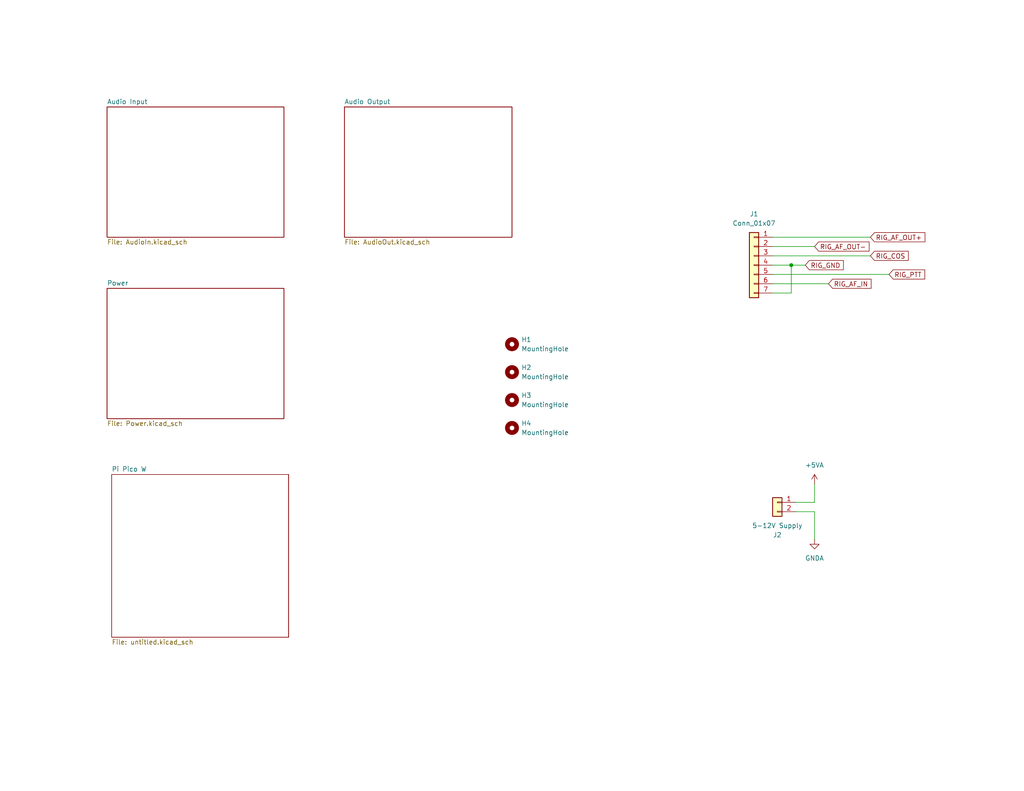
<source format=kicad_sch>
(kicad_sch (version 20231120) (generator "eeschema") (generator_version "8.0")
  (paper "USLetter")
  (title_block (title "MicroLink - Top Level") (date "2024-04-10") (rev "2") (company "Bruce MacKinnon KC1FSZ") (comment 1 "Copyright (C) 2024 - Not For Commercial Use"))
  (lib_symbols
    (symbol "Connector_Generic:Conn_01x02" (pin_names (offset 1.016) hide)
      (property "Reference" "J" (at 0 2.54 0))
      (property "Value" "Conn_01x02" (at 0 -5.08 0))
      (symbol "Conn_01x02_1_1"
        (rectangle (start -1.27 -2.413) (end 0 -2.667) (stroke (width 0.1524)))
        (rectangle (start -1.27 0.127) (end 0 -0.127) (stroke (width 0.1524)))
        (rectangle (start -1.27 1.27) (end 1.27 -3.81) (stroke (width 0.254)) (fill (type background)))
        (pin passive line (at -5.08 0 0) (length 3.81) (name "Pin_1") (number "1"))
        (pin passive line (at -5.08 -2.54 0) (length 3.81) (name "Pin_2") (number "2"))
      )
    )
    (symbol "Connector_Generic:Conn_01x07" (pin_names (offset 1.016) hide)
      (property "Reference" "J" (at 0 10.16 0))
      (property "Value" "Conn_01x07" (at 0 -10.16 0))
      (symbol "Conn_01x07_1_1"
        (rectangle (start -1.27 -7.493) (end 0 -7.747) (stroke (width 0.1524)))
        (rectangle (start -1.27 -4.953) (end 0 -5.207) (stroke (width 0.1524)))
        (rectangle (start -1.27 -2.413) (end 0 -2.667) (stroke (width 0.1524)))
        (rectangle (start -1.27 0.127) (end 0 -0.127) (stroke (width 0.1524)))
        (rectangle (start -1.27 2.667) (end 0 2.413) (stroke (width 0.1524)))
        (rectangle (start -1.27 5.207) (end 0 4.953) (stroke (width 0.1524)))
        (rectangle (start -1.27 7.747) (end 0 7.493) (stroke (width 0.1524)))
        (rectangle (start -1.27 8.89) (end 1.27 -8.89) (stroke (width 0.254)) (fill (type background)))
        (pin passive line (at -5.08 7.62 0) (length 3.81) (name "Pin_1") (number "1"))
        (pin passive line (at -5.08 5.08 0) (length 3.81) (name "Pin_2") (number "2"))
        (pin passive line (at -5.08 2.54 0) (length 3.81) (name "Pin_3") (number "3"))
        (pin passive line (at -5.08 0 0) (length 3.81) (name "Pin_4") (number "4"))
        (pin passive line (at -5.08 -2.54 0) (length 3.81) (name "Pin_5") (number "5"))
        (pin passive line (at -5.08 -5.08 0) (length 3.81) (name "Pin_6") (number "6"))
        (pin passive line (at -5.08 -7.62 0) (length 3.81) (name "Pin_7") (number "7"))
      )
    )
    (symbol "Mechanical:MountingHole" (pin_names (offset 1.016)) (exclude_from_sim yes) (in_bom no)
      (property "Reference" "H" (at 0 5.08 0))
      (property "Value" "MountingHole" (at 0 3.175 0))
      (symbol "MountingHole_0_1"
        (circle (center 0 0) (radius 1.27) (stroke (width 1.27)))
      )
    )
    (symbol "power:+5VA" (power) (pin_numbers hide) (pin_names (offset 0) hide)
      (property "Value" "+5VA" (at 0 3.556 0))
      (symbol "+5VA_0_1"
        (polyline (pts (xy -0.762 1.27) (xy 0 2.54)))
        (polyline (pts (xy 0 0) (xy 0 2.54)))
        (polyline (pts (xy 0 2.54) (xy 0.762 1.27)))
      )
      (symbol "+5VA_1_1"
        (pin power_in line (at 0 0 90) (length 0) (name "~") (number "1"))
      )
    )
    (symbol "power:GNDA" (power) (pin_numbers hide) (pin_names (offset 0) hide)
      (property "Value" "GNDA" (at 0 -3.81 0))
      (symbol "GNDA_0_1"
        (polyline (pts (xy 0 0) (xy 0 -1.27) (xy 1.27 -1.27) (xy 0 -2.54) (xy -1.27 -1.27) (xy 0 -1.27)))
      )
      (symbol "GNDA_1_1"
        (pin power_in line (at 0 0 270) (length 0) (name "~") (number "1"))
      )
    )
  )
  (junction (at 215.9 72.39))
  (wire (pts (xy 210.82 69.85) (xy 237.49 69.85)))
  (wire (pts (xy 210.82 74.93) (xy 242.57 74.93)))
  (wire (pts (xy 210.82 64.77) (xy 237.49 64.77)))
  (wire (pts (xy 210.82 67.31) (xy 222.25 67.31)))
  (wire (pts (xy 217.17 139.7) (xy 222.25 139.7)))
  (wire (pts (xy 215.9 80.01) (xy 215.9 72.39)))
  (wire (pts (xy 217.17 137.16) (xy 222.25 137.16)))
  (wire (pts (xy 210.82 80.01) (xy 215.9 80.01)))
  (wire (pts (xy 222.25 137.16) (xy 222.25 132.08)))
  (wire (pts (xy 222.25 139.7) (xy 222.25 147.32)))
  (wire (pts (xy 210.82 77.47) (xy 226.06 77.47)))
  (wire (pts (xy 215.9 72.39) (xy 219.71 72.39)))
  (wire (pts (xy 210.82 72.39) (xy 215.9 72.39)))
  (global_label "RIG_PTT" (shape input) (at 242.57 74.93 0) (property "Intersheetrefs" "${INTERSHEET_REFS}" (effects (hide yes))))
  (global_label "RIG_AF_OUT-" (shape input) (at 222.25 67.31 0) (property "Intersheetrefs" "${INTERSHEET_REFS}" (effects (hide yes))))
  (global_label "RIG_COS" (shape input) (at 237.49 69.85 0) (property "Intersheetrefs" "${INTERSHEET_REFS}" (effects (hide yes))))
  (global_label "RIG_GND" (shape input) (at 219.71 72.39 0) (property "Intersheetrefs" "${INTERSHEET_REFS}" (effects (hide yes))))
  (global_label "RIG_AF_OUT+" (shape input) (at 237.49 64.77 0) (property "Intersheetrefs" "${INTERSHEET_REFS}" (effects (hide yes))))
  (global_label "RIG_AF_IN" (shape input) (at 226.06 77.47 0) (property "Intersheetrefs" "${INTERSHEET_REFS}" (effects (hide yes))))
  (symbol (lib_id "power:+5VA") (at 222.25 132.08 0) (unit 1)
    (property "Reference" "#PWR02" (effects (hide yes)))
    (property "Value" "+5VA" (at 222.25 127 0))
    (property "Description" "Power symbol creates a global label with name \"+5VA\"" (effects (hide yes)))
  )
  (symbol (lib_id "Mechanical:MountingHole") (at 139.7 93.98 0) (unit 1)
    (property "Reference" "H1" (at 142.24 92.71 0) (effects (justify left)))
    (property "Value" "MountingHole" (at 142.24 95.25 0) (effects (justify left)))
    (property "Footprint" "MountingHole:MountingHole_4mm" (effects (hide yes)))
    (property "Description" "Mounting Hole without connection" (effects (hide yes)))
  )
  (symbol (lib_id "Connector_Generic:Conn_01x02") (at 212.09 137.16 0) (mirror y) (unit 1)
    (property "Reference" "J2" (at 212.09 146.05 0))
    (property "Value" "5-12V Supply" (at 212.09 143.51 0))
    (property "Footprint" "Connector_PinHeader_2.54mm:PinHeader_1x02_P2.54mm_Vertical" (effects (hide yes)))
    (property "Description" "Generic connector, single row, 01x02, script generated (kicad-library-utils/schlib/autogen/connector/)" (effects (hide yes)))
  )
  (symbol (lib_id "Mechanical:MountingHole") (at 139.7 109.22 0) (unit 1)
    (property "Reference" "H3" (at 142.24 107.95 0) (effects (justify left)))
    (property "Value" "MountingHole" (at 142.24 110.49 0) (effects (justify left)))
    (property "Footprint" "MountingHole:MountingHole_4mm" (effects (hide yes)))
    (property "Description" "Mounting Hole without connection" (effects (hide yes)))
  )
  (symbol (lib_id "power:GNDA") (at 222.25 147.32 0) (unit 1)
    (property "Reference" "#PWR026" (effects (hide yes)))
    (property "Value" "GNDA" (at 222.25 152.4 0))
    (property "Description" "Power symbol creates a global label with name \"GNDA\" , analog ground" (effects (hide yes)))
  )
  (symbol (lib_id "Connector_Generic:Conn_01x07") (at 205.74 72.39 0) (mirror y) (unit 1)
    (property "Reference" "J1" (at 205.74 58.42 0))
    (property "Value" "Conn_01x07" (at 205.74 60.96 0))
    (property "Footprint" "Connector_PinHeader_2.54mm:PinHeader_1x07_P2.54mm_Vertical" (effects (hide yes)))
    (property "Description" "Generic connector, single row, 01x07, script generated (kicad-library-utils/schlib/autogen/connector/)" (effects (hide yes)))
  )
  (symbol (lib_id "Mechanical:MountingHole") (at 139.7 101.6 0) (unit 1)
    (property "Reference" "H2" (at 142.24 100.33 0) (effects (justify left)))
    (property "Value" "MountingHole" (at 142.24 102.87 0) (effects (justify left)))
    (property "Footprint" "MountingHole:MountingHole_4mm" (effects (hide yes)))
    (property "Description" "Mounting Hole without connection" (effects (hide yes)))
  )
  (symbol (lib_id "Mechanical:MountingHole") (at 139.7 116.84 0) (unit 1)
    (property "Reference" "H4" (at 142.24 115.57 0) (effects (justify left)))
    (property "Value" "MountingHole" (at 142.24 118.11 0) (effects (justify left)))
    (property "Footprint" "MountingHole:MountingHole_4mm" (effects (hide yes)))
    (property "Description" "Mounting Hole without connection" (effects (hide yes)))
  )
  (sheet (at 93.98 29.21) (size 45.72 35.56) (stroke (width 0.1524))
    (property "Sheetname" "Audio Output" (at 93.98 28.4984 0) (effects (justify left bottom)))
    (property "Sheetfile" "AudioOut.kicad_sch" (at 93.98 65.3546 0) (effects (justify left top)))
  )
  (sheet (at 29.21 29.21) (size 48.26 35.56) (stroke (width 0.1524))
    (property "Sheetname" "Audio Input" (at 29.21 28.4984 0) (effects (justify left bottom)))
    (property "Sheetfile" "AudioIn.kicad_sch" (at 29.21 65.3546 0) (effects (justify left top)))
  )
  (sheet (at 29.21 78.74) (size 48.26 35.56) (stroke (width 0.1524))
    (property "Sheetname" "Power" (at 29.21 78.0284 0) (effects (justify left bottom)))
    (property "Sheetfile" "Power.kicad_sch" (at 29.21 114.8846 0) (effects (justify left top)))
  )
  (sheet (at 30.48 129.54) (size 48.26 44.45) (stroke (width 0.1524))
    (property "Sheetname" "Pi Pico W" (at 30.48 128.8284 0) (effects (justify left bottom)))
    (property "Sheetfile" "untitled.kicad_sch" (at 30.48 174.5746 0) (effects (justify left top)))
  )
)
</source>
